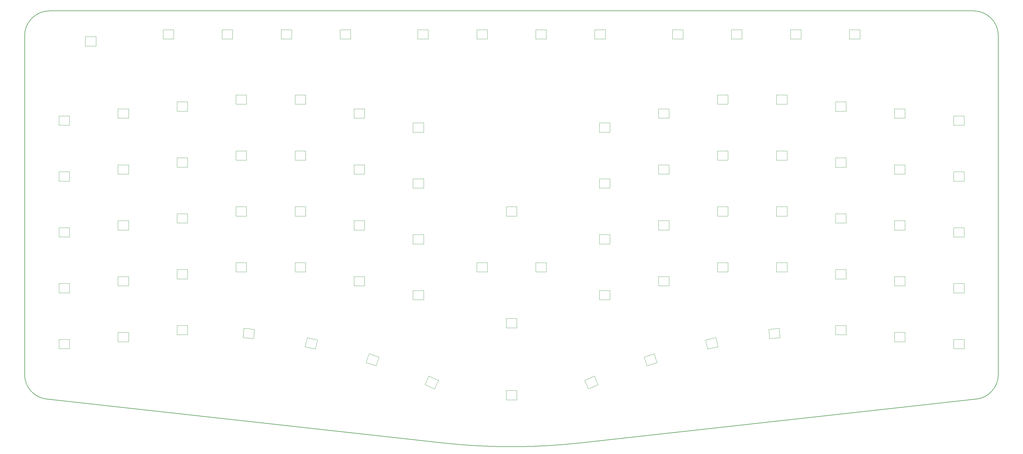
<source format=gbr>
%TF.GenerationSoftware,KiCad,Pcbnew,8.0.5*%
%TF.CreationDate,2024-10-10T16:29:35+02:00*%
%TF.ProjectId,eepyboard_rev2,65657079-626f-4617-9264-5f726576322e,1.1*%
%TF.SameCoordinates,Original*%
%TF.FileFunction,Profile,NP*%
%FSLAX46Y46*%
G04 Gerber Fmt 4.6, Leading zero omitted, Abs format (unit mm)*
G04 Created by KiCad (PCBNEW 8.0.5) date 2024-10-10 16:29:35*
%MOMM*%
%LPD*%
G01*
G04 APERTURE LIST*
%TA.AperFunction,Profile*%
%ADD10C,0.150000*%
%TD*%
%TA.AperFunction,Profile*%
%ADD11C,0.120000*%
%TD*%
G04 APERTURE END LIST*
D10*
X240933189Y-202502884D02*
G75*
G02*
X196962436Y-202502887I-21985389J198788284D01*
G01*
X368577229Y-188385820D02*
X240933189Y-202502884D01*
X62197810Y-71348300D02*
G75*
G02*
X70197816Y-63348310I7999990J0D01*
G01*
X367697815Y-63348302D02*
G75*
G02*
X375697798Y-71348301I-15J-7999998D01*
G01*
X70197816Y-63348302D02*
X367697815Y-63348302D01*
X375697814Y-71348301D02*
X375697809Y-180434298D01*
X69318403Y-188385817D02*
G75*
G02*
X62197802Y-180434302I879397J7951517D01*
G01*
X69318403Y-188385817D02*
X196962436Y-202502889D01*
X375697809Y-180434298D02*
G75*
G02*
X368577230Y-188385825I-8000009J-2D01*
G01*
X62197809Y-180434302D02*
X62197810Y-71348300D01*
D11*
%TO.C,LED3*%
X73247814Y-100148301D02*
X73247815Y-97148302D01*
X73247815Y-97148302D02*
X76647816Y-97148303D01*
X76647815Y-100148302D02*
X73247814Y-100148301D01*
X76647816Y-97148303D02*
X76647815Y-100148302D01*
%TO.C,LED67*%
X304247813Y-111398301D02*
X304247814Y-108398302D01*
X304247814Y-108398302D02*
X307647815Y-108398303D01*
X307647814Y-111398302D02*
X304247813Y-111398301D01*
X307647815Y-108398303D02*
X307647814Y-111398302D01*
%TO.C,LED73*%
X361247813Y-118148303D02*
X361247814Y-115148304D01*
X361247814Y-115148304D02*
X364647815Y-115148305D01*
X364647814Y-118148304D02*
X361247813Y-118148303D01*
X364647815Y-115148305D02*
X364647814Y-118148304D01*
%TO.C,LED21*%
X266247813Y-97898302D02*
X266247814Y-94898303D01*
X266247814Y-94898303D02*
X269647815Y-94898304D01*
X269647814Y-97898303D02*
X266247813Y-97898302D01*
X269647815Y-94898304D02*
X269647814Y-97898303D01*
%TO.C,LED72*%
X361247809Y-154148298D02*
X361247810Y-151148299D01*
X361247810Y-151148299D02*
X364647811Y-151148300D01*
X364647810Y-154148299D02*
X361247809Y-154148298D01*
X364647811Y-151148300D02*
X364647810Y-154148299D01*
%TO.C,LED59*%
X187247813Y-120398298D02*
X187247814Y-117398299D01*
X187247814Y-117398299D02*
X190647815Y-117398300D01*
X190647814Y-120398299D02*
X187247813Y-120398298D01*
X190647815Y-117398300D02*
X190647814Y-120398299D01*
%TO.C,LED84*%
X245747813Y-72398299D02*
X245747814Y-69398300D01*
X245747814Y-69398300D02*
X249147815Y-69398301D01*
X249147814Y-72398300D02*
X245747813Y-72398299D01*
X249147815Y-69398301D02*
X249147814Y-72398300D01*
%TO.C,LED54*%
X149247813Y-147398303D02*
X149247814Y-144398304D01*
X149247814Y-144398304D02*
X152647815Y-144398305D01*
X152647814Y-147398304D02*
X149247813Y-147398303D01*
X152647815Y-144398305D02*
X152647814Y-147398304D01*
%TO.C,LED48*%
X92247810Y-151898300D02*
X92247811Y-148898301D01*
X92247811Y-148898301D02*
X95647812Y-148898302D01*
X95647811Y-151898301D02*
X92247810Y-151898300D01*
X95647812Y-148898302D02*
X95647811Y-151898301D01*
%TO.C,LED76*%
X81747809Y-74648302D02*
X81747810Y-71648303D01*
X81747810Y-71648303D02*
X85147811Y-71648304D01*
X85147810Y-74648303D02*
X81747809Y-74648302D01*
X85147811Y-71648304D02*
X85147810Y-74648303D01*
%TO.C,LED32*%
X361247810Y-172148297D02*
X361247811Y-169148298D01*
X361247811Y-169148298D02*
X364647812Y-169148299D01*
X364647811Y-172148298D02*
X361247810Y-172148297D01*
X364647812Y-169148299D02*
X364647811Y-172148298D01*
%TO.C,LED55*%
X149247812Y-111398299D02*
X149247813Y-108398300D01*
X149247813Y-108398300D02*
X152647814Y-108398301D01*
X152647813Y-111398300D02*
X149247812Y-111398299D01*
X152647814Y-108398301D02*
X152647813Y-111398300D01*
%TO.C,LED14*%
X168247810Y-133898300D02*
X168247811Y-130898301D01*
X168247811Y-130898301D02*
X171647812Y-130898302D01*
X171647811Y-133898301D02*
X168247810Y-133898300D01*
X171647812Y-130898302D02*
X171647811Y-133898301D01*
%TO.C,LED16*%
X187247810Y-138398302D02*
X187247811Y-135398303D01*
X187247811Y-135398303D02*
X190647812Y-135398304D01*
X190647811Y-138398303D02*
X187247810Y-138398302D01*
X190647812Y-135398304D02*
X190647811Y-138398303D01*
%TO.C,LED66*%
X304247808Y-147398299D02*
X304247809Y-144398300D01*
X304247809Y-144398300D02*
X307647810Y-144398301D01*
X307647809Y-147398300D02*
X304247808Y-147398299D01*
X307647810Y-144398301D02*
X307647809Y-147398300D01*
%TO.C,LED56*%
X168247812Y-151898299D02*
X168247813Y-148898300D01*
X168247813Y-148898300D02*
X171647814Y-148898301D01*
X171647813Y-151898300D02*
X168247812Y-151898299D01*
X171647814Y-148898301D02*
X171647813Y-151898300D01*
%TO.C,LED1*%
X73247812Y-172148301D02*
X73247813Y-169148302D01*
X73247813Y-169148302D02*
X76647814Y-169148303D01*
X76647813Y-172148302D02*
X73247812Y-172148301D01*
X76647814Y-169148303D02*
X76647813Y-172148302D01*
%TO.C,LED77*%
X106747809Y-72398302D02*
X106747810Y-69398303D01*
X106747810Y-69398303D02*
X110147811Y-69398304D01*
X110147810Y-72398303D02*
X106747809Y-72398302D01*
X110147811Y-69398304D02*
X110147810Y-72398303D01*
%TO.C,LED17*%
X187247811Y-102398299D02*
X187247812Y-99398300D01*
X187247812Y-99398300D02*
X190647813Y-99398301D01*
X190647812Y-102398300D02*
X187247811Y-102398299D01*
X190647813Y-99398301D02*
X190647812Y-102398300D01*
%TO.C,LED6*%
X92247809Y-97898301D02*
X92247810Y-94898302D01*
X92247810Y-94898302D02*
X95647811Y-94898303D01*
X95647810Y-97898302D02*
X92247809Y-97898301D01*
X95647811Y-94898303D02*
X95647810Y-97898302D01*
%TO.C,LED60*%
X247247807Y-156398301D02*
X247247808Y-153398302D01*
X247247808Y-153398302D02*
X250647809Y-153398303D01*
X250647808Y-156398302D02*
X247247807Y-156398301D01*
X250647809Y-153398303D02*
X250647808Y-156398302D01*
%TO.C,LED18*%
X247247811Y-138398302D02*
X247247812Y-135398303D01*
X247247812Y-135398303D02*
X250647813Y-135398304D01*
X250647812Y-138398303D02*
X247247811Y-138398302D01*
X250647813Y-135398304D02*
X250647812Y-138398303D01*
%TO.C,LED86*%
X289747812Y-72398304D02*
X289747813Y-69398305D01*
X289747813Y-69398305D02*
X293147814Y-69398306D01*
X293147813Y-72398305D02*
X289747812Y-72398304D01*
X293147814Y-69398306D02*
X293147813Y-72398305D01*
%TO.C,LED10*%
X130247808Y-129398302D02*
X130247809Y-126398303D01*
X130247809Y-126398303D02*
X133647810Y-126398304D01*
X133647809Y-129398303D02*
X130247808Y-129398302D01*
X133647810Y-126398304D02*
X133647809Y-129398303D01*
%TO.C,LED26*%
X323247812Y-167648303D02*
X323247813Y-164648304D01*
X323247813Y-164648304D02*
X326647814Y-164648305D01*
X326647813Y-167648304D02*
X323247812Y-167648303D01*
X326647814Y-164648305D02*
X326647813Y-167648304D01*
%TO.C,LED36*%
X152509803Y-171522652D02*
X153133537Y-168588209D01*
X153133537Y-168588209D02*
X156459237Y-169295108D01*
X155835503Y-172229551D02*
X152509803Y-171522652D01*
X156459237Y-169295108D02*
X155835503Y-172229551D01*
%TO.C,LED78*%
X125747811Y-72398303D02*
X125747812Y-69398304D01*
X125747812Y-69398304D02*
X129147813Y-69398305D01*
X129147812Y-72398304D02*
X125747811Y-72398303D01*
X129147813Y-69398305D02*
X129147812Y-72398304D01*
%TO.C,LED64*%
X285247813Y-147398302D02*
X285247814Y-144398303D01*
X285247814Y-144398303D02*
X288647815Y-144398304D01*
X288647814Y-147398303D02*
X285247813Y-147398302D01*
X288647815Y-144398304D02*
X288647814Y-147398303D01*
%TO.C,LED20*%
X266247811Y-133898297D02*
X266247812Y-130898298D01*
X266247812Y-130898298D02*
X269647813Y-130898299D01*
X269647812Y-133898298D02*
X266247811Y-133898297D01*
X269647813Y-130898299D02*
X269647812Y-133898298D01*
%TO.C,LED27*%
X323247814Y-131648299D02*
X323247815Y-128648300D01*
X323247815Y-128648300D02*
X326647816Y-128648301D01*
X326647815Y-131648300D02*
X323247814Y-131648299D01*
X326647816Y-128648301D02*
X326647815Y-131648300D01*
%TO.C,LED31*%
X342247810Y-97898300D02*
X342247811Y-94898301D01*
X342247811Y-94898301D02*
X345647812Y-94898302D01*
X345647811Y-97898301D02*
X342247810Y-97898300D01*
X345647812Y-94898302D02*
X345647811Y-97898301D01*
%TO.C,LED34*%
X361247809Y-100148298D02*
X361247810Y-97148299D01*
X361247810Y-97148299D02*
X364647811Y-97148300D01*
X364647810Y-100148299D02*
X361247809Y-100148298D01*
X364647811Y-97148300D02*
X364647810Y-100148299D01*
%TO.C,LED61*%
X247247812Y-120398301D02*
X247247813Y-117398302D01*
X247247813Y-117398302D02*
X250647814Y-117398303D01*
X250647813Y-120398302D02*
X247247812Y-120398301D01*
X250647814Y-117398303D02*
X250647813Y-120398302D01*
%TO.C,LED83*%
X226747811Y-72398302D02*
X226747812Y-69398303D01*
X226747812Y-69398303D02*
X230147813Y-69398304D01*
X230147812Y-72398303D02*
X226747811Y-72398302D01*
X230147813Y-69398304D02*
X230147812Y-72398303D01*
%TO.C,LED11*%
X130247808Y-93398299D02*
X130247809Y-90398300D01*
X130247809Y-90398300D02*
X133647810Y-90398301D01*
X133647809Y-93398300D02*
X130247808Y-93398299D01*
X133647810Y-90398301D02*
X133647809Y-93398300D01*
%TO.C,LED79*%
X144747808Y-72398300D02*
X144747809Y-69398301D01*
X144747809Y-69398301D02*
X148147810Y-69398302D01*
X148147809Y-72398301D02*
X144747808Y-72398300D01*
X148147810Y-69398302D02*
X148147809Y-72398301D01*
%TO.C,LED75*%
X217247811Y-129398301D02*
X217247812Y-126398302D01*
X217247812Y-126398302D02*
X220647813Y-126398303D01*
X220647812Y-129398302D02*
X217247811Y-129398301D01*
X220647813Y-126398303D02*
X220647812Y-129398302D01*
%TO.C,LED9*%
X111247813Y-95648301D02*
X111247814Y-92648302D01*
X111247814Y-92648302D02*
X114647815Y-92648303D01*
X114647814Y-95648302D02*
X111247813Y-95648301D01*
X114647815Y-92648303D02*
X114647814Y-95648302D01*
%TO.C,LED85*%
X270747812Y-72398302D02*
X270747813Y-69398303D01*
X270747813Y-69398303D02*
X274147814Y-69398304D01*
X274147813Y-72398303D02*
X270747812Y-72398302D01*
X274147814Y-69398304D02*
X274147813Y-72398303D01*
%TO.C,LED35*%
X132480332Y-168530451D02*
X132793918Y-165546887D01*
X132793918Y-165546887D02*
X136175294Y-165902285D01*
X135861708Y-168885849D02*
X132480332Y-168530451D01*
X136175294Y-165902285D02*
X135861708Y-168885849D01*
%TO.C,LED80*%
X163747813Y-72398298D02*
X163747814Y-69398299D01*
X163747814Y-69398299D02*
X167147815Y-69398300D01*
X167147814Y-72398299D02*
X163747813Y-72398298D01*
X167147815Y-69398300D02*
X167147814Y-72398299D01*
%TO.C,LED19*%
X247247811Y-102398301D02*
X247247812Y-99398302D01*
X247247812Y-99398302D02*
X250647813Y-99398303D01*
X250647812Y-102398302D02*
X247247811Y-102398301D01*
X250647813Y-99398303D02*
X250647812Y-102398302D01*
%TO.C,LED63*%
X266247812Y-115898299D02*
X266247813Y-112898300D01*
X266247813Y-112898300D02*
X269647814Y-112898301D01*
X269647813Y-115898300D02*
X266247812Y-115898299D01*
X269647814Y-112898301D02*
X269647813Y-115898300D01*
%TO.C,LED15*%
X168247809Y-97898298D02*
X168247810Y-94898299D01*
X168247810Y-94898299D02*
X171647811Y-94898300D01*
X171647810Y-97898299D02*
X168247809Y-97898298D01*
X171647811Y-94898300D02*
X171647810Y-97898299D01*
%TO.C,LED42*%
X242482912Y-182325547D02*
X245588966Y-180942643D01*
X243703122Y-185066183D02*
X242482912Y-182325547D01*
X245588966Y-180942643D02*
X246809176Y-183683279D01*
X246809176Y-183683279D02*
X243703122Y-185066183D01*
%TO.C,LED33*%
X361247807Y-136148301D02*
X361247808Y-133148302D01*
X361247808Y-133148302D02*
X364647809Y-133148303D01*
X364647808Y-136148302D02*
X361247807Y-136148301D01*
X364647809Y-133148303D02*
X364647808Y-136148302D01*
%TO.C,LED69*%
X323247813Y-113648298D02*
X323247814Y-110648299D01*
X323247814Y-110648299D02*
X326647815Y-110648300D01*
X326647814Y-113648299D02*
X323247813Y-113648298D01*
X326647815Y-110648300D02*
X326647814Y-113648299D01*
%TO.C,LED62*%
X266247811Y-151898298D02*
X266247812Y-148898299D01*
X266247812Y-148898299D02*
X269647813Y-148898300D01*
X269647812Y-151898299D02*
X266247811Y-151898298D01*
X269647813Y-148898300D02*
X269647812Y-151898299D01*
%TO.C,LED51*%
X111247809Y-113648300D02*
X111247810Y-110648301D01*
X111247810Y-110648301D02*
X114647811Y-110648302D01*
X114647810Y-113648301D02*
X111247809Y-113648300D01*
X114647811Y-110648302D02*
X114647810Y-113648301D01*
%TO.C,LED53*%
X130247814Y-111398301D02*
X130247815Y-108398302D01*
X130247815Y-108398302D02*
X133647816Y-108398303D01*
X133647815Y-111398302D02*
X130247814Y-111398301D01*
X133647816Y-108398303D02*
X133647815Y-111398302D01*
%TO.C,LED28*%
X323247813Y-95648299D02*
X323247814Y-92648300D01*
X323247814Y-92648300D02*
X326647815Y-92648301D01*
X326647814Y-95648300D02*
X323247813Y-95648299D01*
X326647815Y-92648301D02*
X326647814Y-95648300D01*
%TO.C,LED4*%
X92247812Y-169898298D02*
X92247813Y-166898299D01*
X92247813Y-166898299D02*
X95647814Y-166898300D01*
X95647813Y-169898299D02*
X92247812Y-169898298D01*
X95647814Y-166898300D02*
X95647813Y-169898299D01*
%TO.C,LED41*%
X261618200Y-174789597D02*
X264851793Y-173738939D01*
X262545251Y-177642767D02*
X261618200Y-174789597D01*
X264851793Y-173738939D02*
X265778844Y-176592109D01*
X265778844Y-176592109D02*
X262545251Y-177642767D01*
%TO.C,LED70*%
X342247814Y-151898298D02*
X342247815Y-148898299D01*
X342247815Y-148898299D02*
X345647816Y-148898300D01*
X345647815Y-151898299D02*
X342247814Y-151898298D01*
X345647816Y-148898300D02*
X345647815Y-151898299D01*
%TO.C,LED24*%
X304247812Y-129398297D02*
X304247813Y-126398298D01*
X304247813Y-126398298D02*
X307647814Y-126398299D01*
X307647813Y-129398298D02*
X304247812Y-129398297D01*
X307647814Y-126398299D02*
X307647813Y-129398298D01*
%TO.C,LED22*%
X285247812Y-129398303D02*
X285247813Y-126398304D01*
X285247813Y-126398304D02*
X288647814Y-126398305D01*
X288647813Y-129398304D02*
X285247812Y-129398303D01*
X288647814Y-126398305D02*
X288647813Y-129398304D01*
%TO.C,LED8*%
X111247811Y-131648303D02*
X111247812Y-128648304D01*
X111247812Y-128648304D02*
X114647813Y-128648305D01*
X114647812Y-131648304D02*
X111247811Y-131648303D01*
X114647813Y-128648305D02*
X114647812Y-131648304D01*
%TO.C,LED40*%
X281436388Y-169295110D02*
X284762088Y-168588211D01*
X282060122Y-172229553D02*
X281436388Y-169295110D01*
X284762088Y-168588211D02*
X285385822Y-171522654D01*
X285385822Y-171522654D02*
X282060122Y-172229553D01*
%TO.C,LED23*%
X285247812Y-93398301D02*
X285247813Y-90398302D01*
X285247813Y-90398302D02*
X288647814Y-90398303D01*
X288647813Y-93398302D02*
X285247812Y-93398301D01*
X288647814Y-90398303D02*
X288647813Y-93398302D01*
%TO.C,LED46*%
X73247809Y-154148300D02*
X73247810Y-151148301D01*
X73247810Y-151148301D02*
X76647811Y-151148302D01*
X76647810Y-154148301D02*
X73247809Y-154148300D01*
X76647811Y-151148302D02*
X76647810Y-154148301D01*
%TO.C,LED71*%
X342247811Y-115898300D02*
X342247812Y-112898301D01*
X342247812Y-112898301D02*
X345647813Y-112898302D01*
X345647812Y-115898301D02*
X342247811Y-115898300D01*
X345647813Y-112898302D02*
X345647812Y-115898301D01*
%TO.C,LED30*%
X342247810Y-133898299D02*
X342247811Y-130898300D01*
X342247811Y-130898300D02*
X345647812Y-130898301D01*
X345647811Y-133898300D02*
X342247810Y-133898299D01*
X345647812Y-130898301D02*
X345647811Y-133898300D01*
%TO.C,LED25*%
X304247807Y-93398302D02*
X304247808Y-90398303D01*
X304247808Y-90398303D02*
X307647809Y-90398304D01*
X307647808Y-93398303D02*
X304247807Y-93398302D01*
X307647809Y-90398304D02*
X307647808Y-93398303D01*
%TO.C,LED57*%
X168247810Y-115898301D02*
X168247811Y-112898302D01*
X168247811Y-112898302D02*
X171647812Y-112898303D01*
X171647811Y-115898302D02*
X168247810Y-115898301D01*
X171647812Y-112898303D02*
X171647811Y-115898302D01*
%TO.C,LED87*%
X308747806Y-72398300D02*
X308747807Y-69398301D01*
X308747807Y-69398301D02*
X312147808Y-69398302D01*
X312147807Y-72398301D02*
X308747806Y-72398300D01*
X312147808Y-69398302D02*
X312147807Y-72398301D01*
%TO.C,LED82*%
X207747812Y-72398302D02*
X207747813Y-69398303D01*
X207747813Y-69398303D02*
X211147814Y-69398304D01*
X211147813Y-72398303D02*
X207747812Y-72398302D01*
X211147814Y-69398304D02*
X211147813Y-72398303D01*
%TO.C,LED38*%
X191086449Y-183683280D02*
X192306659Y-180942644D01*
X192306659Y-180942644D02*
X195412713Y-182325548D01*
X194192503Y-185066184D02*
X191086449Y-183683280D01*
X195412713Y-182325548D02*
X194192503Y-185066184D01*
%TO.C,LED43*%
X217247809Y-188598074D02*
X217247810Y-185598075D01*
X217247810Y-185598075D02*
X220647811Y-185598076D01*
X220647810Y-188598075D02*
X217247809Y-188598074D01*
X220647811Y-185598076D02*
X220647810Y-188598075D01*
%TO.C,LED68*%
X323247810Y-149648298D02*
X323247811Y-146648299D01*
X323247811Y-146648299D02*
X326647812Y-146648300D01*
X326647811Y-149648299D02*
X323247810Y-149648298D01*
X326647812Y-146648300D02*
X326647811Y-149648299D01*
%TO.C,LED13*%
X149247814Y-93398305D02*
X149247815Y-90398306D01*
X149247815Y-90398306D02*
X152647816Y-90398307D01*
X152647815Y-93398306D02*
X149247814Y-93398305D01*
X152647816Y-90398307D02*
X152647815Y-93398306D01*
%TO.C,LED88*%
X327747810Y-72398300D02*
X327747811Y-69398301D01*
X327747811Y-69398301D02*
X331147812Y-69398302D01*
X331147811Y-72398301D02*
X327747810Y-72398300D01*
X331147812Y-69398302D02*
X331147811Y-72398301D01*
%TO.C,LED47*%
X73247812Y-118148300D02*
X73247813Y-115148301D01*
X73247813Y-115148301D02*
X76647814Y-115148302D01*
X76647813Y-118148301D02*
X73247812Y-118148300D01*
X76647814Y-115148302D02*
X76647813Y-118148301D01*
%TO.C,LED44*%
X207747810Y-147398301D02*
X207747811Y-144398302D01*
X207747811Y-144398302D02*
X211147812Y-144398303D01*
X211147811Y-147398302D02*
X207747810Y-147398301D01*
X211147812Y-144398303D02*
X211147811Y-147398302D01*
%TO.C,LED2*%
X73247812Y-136148301D02*
X73247813Y-133148302D01*
X73247813Y-133148302D02*
X76647814Y-133148303D01*
X76647813Y-136148302D02*
X73247812Y-136148301D01*
X76647814Y-133148303D02*
X76647813Y-136148302D01*
%TO.C,LED7*%
X111247813Y-167648301D02*
X111247814Y-164648302D01*
X111247814Y-164648302D02*
X114647815Y-164648303D01*
X114647814Y-167648302D02*
X111247813Y-167648301D01*
X114647815Y-164648303D02*
X114647814Y-167648302D01*
%TO.C,LED45*%
X226747809Y-147398299D02*
X226747810Y-144398300D01*
X226747810Y-144398300D02*
X230147811Y-144398301D01*
X230147810Y-147398300D02*
X226747809Y-147398299D01*
X230147811Y-144398301D02*
X230147810Y-147398300D01*
%TO.C,LED52*%
X130247812Y-147398299D02*
X130247813Y-144398300D01*
X130247813Y-144398300D02*
X133647814Y-144398301D01*
X133647813Y-147398300D02*
X130247812Y-147398299D01*
X133647814Y-144398301D02*
X133647813Y-147398300D01*
%TO.C,LED58*%
X187247813Y-156398300D02*
X187247814Y-153398301D01*
X187247814Y-153398301D02*
X190647815Y-153398302D01*
X190647814Y-156398301D02*
X187247813Y-156398300D01*
X190647815Y-153398302D02*
X190647814Y-156398301D01*
%TO.C,LED37*%
X172116779Y-176592107D02*
X173043830Y-173738937D01*
X173043830Y-173738937D02*
X176277423Y-174789595D01*
X175350372Y-177642765D02*
X172116779Y-176592107D01*
X176277423Y-174789595D02*
X175350372Y-177642765D01*
%TO.C,LED5*%
X92247808Y-133898300D02*
X92247809Y-130898301D01*
X92247809Y-130898301D02*
X95647810Y-130898302D01*
X95647809Y-133898301D02*
X92247808Y-133898300D01*
X95647810Y-130898302D02*
X95647809Y-133898301D01*
%TO.C,LED74*%
X217247813Y-165398301D02*
X217247814Y-162398302D01*
X217247814Y-162398302D02*
X220647815Y-162398303D01*
X220647814Y-165398302D02*
X217247813Y-165398301D01*
X220647815Y-162398303D02*
X220647814Y-165398302D01*
%TO.C,LED65*%
X285247816Y-111398301D02*
X285247817Y-108398302D01*
X285247817Y-108398302D02*
X288647818Y-108398303D01*
X288647817Y-111398302D02*
X285247816Y-111398301D01*
X288647818Y-108398303D02*
X288647817Y-111398302D01*
%TO.C,LED29*%
X342247815Y-169898299D02*
X342247816Y-166898300D01*
X342247816Y-166898300D02*
X345647817Y-166898301D01*
X345647816Y-169898300D02*
X342247815Y-169898299D01*
X345647817Y-166898301D02*
X345647816Y-169898300D01*
%TO.C,LED39*%
X301720332Y-165902287D02*
X305101707Y-165546890D01*
X302033917Y-168885852D02*
X301720332Y-165902287D01*
X305101707Y-165546890D02*
X305415292Y-168530455D01*
X305415292Y-168530455D02*
X302033917Y-168885852D01*
%TO.C,LED50*%
X111247814Y-149648301D02*
X111247815Y-146648302D01*
X111247815Y-146648302D02*
X114647816Y-146648303D01*
X114647815Y-149648302D02*
X111247814Y-149648301D01*
X114647816Y-146648303D02*
X114647815Y-149648302D01*
%TO.C,LED81*%
X188747813Y-72398303D02*
X188747814Y-69398304D01*
X188747814Y-69398304D02*
X192147815Y-69398305D01*
X192147814Y-72398304D02*
X188747813Y-72398303D01*
X192147815Y-69398305D02*
X192147814Y-72398304D01*
%TO.C,LED49*%
X92247813Y-115898300D02*
X92247814Y-112898301D01*
X92247814Y-112898301D02*
X95647815Y-112898302D01*
X95647814Y-115898301D02*
X92247813Y-115898300D01*
X95647815Y-112898302D02*
X95647814Y-115898301D01*
%TO.C,LED12*%
X149247811Y-129398300D02*
X149247812Y-126398301D01*
X149247812Y-126398301D02*
X152647813Y-126398302D01*
X152647812Y-129398301D02*
X149247811Y-129398300D01*
X152647813Y-126398302D02*
X152647812Y-129398301D01*
%TD*%
M02*

</source>
